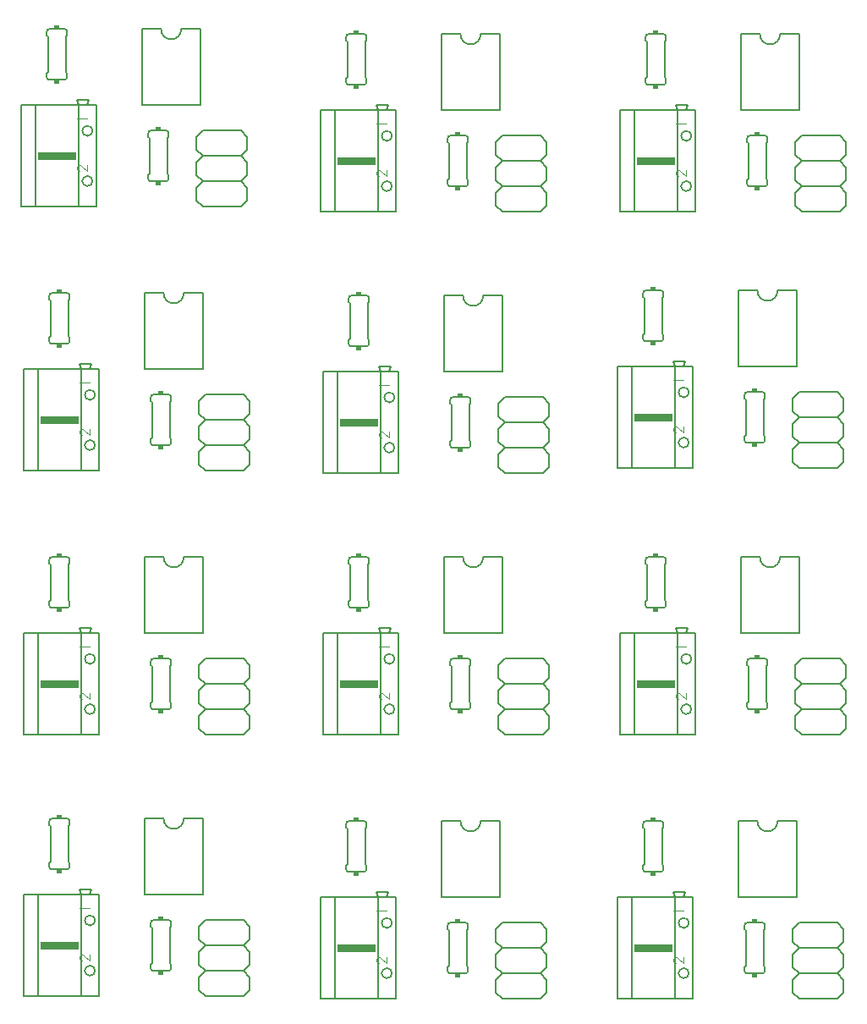
<source format=gto>
G04 Layer: TopSilkscreenLayer*
G04 EasyEDA v6.5.9, 2022-12-19 01:16:27*
G04 b9351db9c1bb4c489ec9b4c5568df8d6,5dd06754fdd742daa6fe38bf62b7df6b,10*
G04 Gerber Generator version 0.2*
G04 Scale: 100 percent, Rotated: No, Reflected: No *
G04 Dimensions in millimeters *
G04 leading zeros omitted , absolute positions ,4 integer and 5 decimal *
%FSLAX45Y45*%
%MOMM*%

%ADD10C,0.1189*%
%ADD11C,0.1524*%

%LPD*%
D10*
X3980687Y8991346D02*
G01*
X3976370Y9000236D01*
X3962654Y9013952D01*
X4057396Y9013952D01*
X3985260Y8487918D02*
G01*
X3980687Y8487918D01*
X3971798Y8492236D01*
X3967226Y8496808D01*
X3962654Y8505952D01*
X3962654Y8523986D01*
X3967226Y8532876D01*
X3971798Y8537448D01*
X3980687Y8541766D01*
X3989832Y8541766D01*
X3998722Y8537448D01*
X4012184Y8528304D01*
X4057396Y8483346D01*
X4057396Y8546338D01*
X6977888Y8991346D02*
G01*
X6973570Y9000236D01*
X6959853Y9013952D01*
X7054596Y9013952D01*
X6982459Y8487918D02*
G01*
X6977888Y8487918D01*
X6968998Y8492236D01*
X6964425Y8496808D01*
X6959853Y8505952D01*
X6959853Y8523986D01*
X6964425Y8532876D01*
X6968998Y8537448D01*
X6977888Y8541766D01*
X6987031Y8541766D01*
X6995922Y8537448D01*
X7009384Y8528304D01*
X7054596Y8483346D01*
X7054596Y8546338D01*
X6952488Y6425946D02*
G01*
X6948170Y6434836D01*
X6934453Y6448552D01*
X7029196Y6448552D01*
X6957059Y5922518D02*
G01*
X6952488Y5922518D01*
X6943598Y5926836D01*
X6939025Y5931408D01*
X6934453Y5940552D01*
X6934453Y5958586D01*
X6939025Y5967476D01*
X6943598Y5972048D01*
X6952488Y5976366D01*
X6961631Y5976366D01*
X6970522Y5972048D01*
X6983984Y5962904D01*
X7029196Y5917946D01*
X7029196Y5980938D01*
X4006087Y6375146D02*
G01*
X4001770Y6384036D01*
X3988054Y6397752D01*
X4082796Y6397752D01*
X4010660Y5871718D02*
G01*
X4006087Y5871718D01*
X3997198Y5876036D01*
X3992626Y5880608D01*
X3988054Y5889752D01*
X3988054Y5907786D01*
X3992626Y5916676D01*
X3997198Y5921248D01*
X4006087Y5925566D01*
X4015232Y5925566D01*
X4024122Y5921248D01*
X4037584Y5912104D01*
X4082796Y5867146D01*
X4082796Y5930138D01*
X1008887Y6400546D02*
G01*
X1004569Y6409436D01*
X990853Y6423152D01*
X1085596Y6423152D01*
X1013460Y5897118D02*
G01*
X1008887Y5897118D01*
X999998Y5901436D01*
X995426Y5906008D01*
X990853Y5915152D01*
X990853Y5933186D01*
X995426Y5942076D01*
X999998Y5946648D01*
X1008887Y5950966D01*
X1018032Y5950966D01*
X1026921Y5946648D01*
X1040384Y5937504D01*
X1085596Y5892546D01*
X1085596Y5955538D01*
X1008887Y3758946D02*
G01*
X1004569Y3767836D01*
X990853Y3781551D01*
X1085596Y3781551D01*
X1013460Y3255517D02*
G01*
X1008887Y3255517D01*
X999998Y3259836D01*
X995426Y3264408D01*
X990853Y3273552D01*
X990853Y3291586D01*
X995426Y3300476D01*
X999998Y3305048D01*
X1008887Y3309365D01*
X1018032Y3309365D01*
X1026921Y3305048D01*
X1040384Y3295904D01*
X1085596Y3250946D01*
X1085596Y3313937D01*
X4006087Y3758946D02*
G01*
X4001770Y3767836D01*
X3988054Y3781551D01*
X4082796Y3781551D01*
X4010660Y3255517D02*
G01*
X4006087Y3255517D01*
X3997198Y3259836D01*
X3992626Y3264408D01*
X3988054Y3273552D01*
X3988054Y3291586D01*
X3992626Y3300476D01*
X3997198Y3305048D01*
X4006087Y3309365D01*
X4015232Y3309365D01*
X4024122Y3305048D01*
X4037584Y3295904D01*
X4082796Y3250946D01*
X4082796Y3313937D01*
X6977888Y3758946D02*
G01*
X6973570Y3767836D01*
X6959853Y3781551D01*
X7054596Y3781551D01*
X6982459Y3255517D02*
G01*
X6977888Y3255517D01*
X6968998Y3259836D01*
X6964425Y3264408D01*
X6959853Y3273552D01*
X6959853Y3291586D01*
X6964425Y3300476D01*
X6968998Y3305048D01*
X6977888Y3309365D01*
X6987031Y3309365D01*
X6995922Y3305048D01*
X7009384Y3295904D01*
X7054596Y3250946D01*
X7054596Y3313937D01*
X6952488Y1117346D02*
G01*
X6948170Y1126236D01*
X6934453Y1139952D01*
X7029196Y1139952D01*
X6957059Y613918D02*
G01*
X6952488Y613918D01*
X6943598Y618236D01*
X6939025Y622808D01*
X6934453Y631952D01*
X6934453Y649986D01*
X6939025Y658876D01*
X6943598Y663448D01*
X6952488Y667766D01*
X6961631Y667766D01*
X6970522Y663448D01*
X6983984Y654304D01*
X7029196Y609346D01*
X7029196Y672338D01*
X3980687Y1117346D02*
G01*
X3976370Y1126236D01*
X3962654Y1139952D01*
X4057396Y1139952D01*
X3985260Y613918D02*
G01*
X3980687Y613918D01*
X3971798Y618236D01*
X3967226Y622808D01*
X3962654Y631952D01*
X3962654Y649986D01*
X3967226Y658876D01*
X3971798Y663448D01*
X3980687Y667766D01*
X3989832Y667766D01*
X3998722Y663448D01*
X4012184Y654304D01*
X4057396Y609346D01*
X4057396Y672338D01*
X1008887Y1142746D02*
G01*
X1004569Y1151636D01*
X990853Y1165352D01*
X1085596Y1165352D01*
X1013460Y639318D02*
G01*
X1008887Y639318D01*
X999998Y643636D01*
X995426Y648208D01*
X990853Y657352D01*
X990853Y675386D01*
X995426Y684276D01*
X999998Y688848D01*
X1008887Y693166D01*
X1018032Y693166D01*
X1026921Y688848D01*
X1040384Y679704D01*
X1085596Y634746D01*
X1085596Y697738D01*
X983487Y9042146D02*
G01*
X979169Y9051036D01*
X965453Y9064752D01*
X1060196Y9064752D01*
X988060Y8538718D02*
G01*
X983487Y8538718D01*
X974598Y8543036D01*
X970026Y8547608D01*
X965453Y8556752D01*
X965453Y8574786D01*
X970026Y8583676D01*
X974598Y8588248D01*
X983487Y8592566D01*
X992632Y8592566D01*
X1001521Y8588248D01*
X1014984Y8579104D01*
X1060196Y8534146D01*
X1060196Y8597138D01*
G36*
X4749800Y8382000D02*
G01*
X4749800Y8343900D01*
X4800600Y8343900D01*
X4800600Y8382000D01*
G37*
G36*
X4749800Y8928100D02*
G01*
X4749800Y8890000D01*
X4800600Y8890000D01*
X4800600Y8928100D01*
G37*
G36*
X3733800Y9944100D02*
G01*
X3733800Y9906000D01*
X3784600Y9906000D01*
X3784600Y9944100D01*
G37*
G36*
X3733800Y9398000D02*
G01*
X3733800Y9359900D01*
X3784600Y9359900D01*
X3784600Y9398000D01*
G37*
G36*
X3568700Y8674100D02*
G01*
X3568700Y8597900D01*
X3949700Y8597900D01*
X3949700Y8674100D01*
G37*
G36*
X7747000Y8382000D02*
G01*
X7747000Y8343900D01*
X7797800Y8343900D01*
X7797800Y8382000D01*
G37*
G36*
X7747000Y8928100D02*
G01*
X7747000Y8890000D01*
X7797800Y8890000D01*
X7797800Y8928100D01*
G37*
G36*
X6731000Y9944100D02*
G01*
X6731000Y9906000D01*
X6781800Y9906000D01*
X6781800Y9944100D01*
G37*
G36*
X6731000Y9398000D02*
G01*
X6731000Y9359900D01*
X6781800Y9359900D01*
X6781800Y9398000D01*
G37*
G36*
X6565900Y8674100D02*
G01*
X6565900Y8597900D01*
X6946900Y8597900D01*
X6946900Y8674100D01*
G37*
G36*
X7721600Y5816600D02*
G01*
X7721600Y5778500D01*
X7772400Y5778500D01*
X7772400Y5816600D01*
G37*
G36*
X7721600Y6362700D02*
G01*
X7721600Y6324600D01*
X7772400Y6324600D01*
X7772400Y6362700D01*
G37*
G36*
X6705600Y7378700D02*
G01*
X6705600Y7340600D01*
X6756400Y7340600D01*
X6756400Y7378700D01*
G37*
G36*
X6705600Y6832600D02*
G01*
X6705600Y6794500D01*
X6756400Y6794500D01*
X6756400Y6832600D01*
G37*
G36*
X6540500Y6108700D02*
G01*
X6540500Y6032500D01*
X6921500Y6032500D01*
X6921500Y6108700D01*
G37*
G36*
X4775200Y5765800D02*
G01*
X4775200Y5727700D01*
X4826000Y5727700D01*
X4826000Y5765800D01*
G37*
G36*
X4775200Y6311900D02*
G01*
X4775200Y6273800D01*
X4826000Y6273800D01*
X4826000Y6311900D01*
G37*
G36*
X3759200Y7327900D02*
G01*
X3759200Y7289800D01*
X3810000Y7289800D01*
X3810000Y7327900D01*
G37*
G36*
X3759200Y6781800D02*
G01*
X3759200Y6743700D01*
X3810000Y6743700D01*
X3810000Y6781800D01*
G37*
G36*
X3594100Y6057900D02*
G01*
X3594100Y5981700D01*
X3975100Y5981700D01*
X3975100Y6057900D01*
G37*
G36*
X1778000Y5791200D02*
G01*
X1778000Y5753100D01*
X1828800Y5753100D01*
X1828800Y5791200D01*
G37*
G36*
X1778000Y6337300D02*
G01*
X1778000Y6299200D01*
X1828800Y6299200D01*
X1828800Y6337300D01*
G37*
G36*
X762000Y7353300D02*
G01*
X762000Y7315200D01*
X812800Y7315200D01*
X812800Y7353300D01*
G37*
G36*
X762000Y6807200D02*
G01*
X762000Y6769100D01*
X812800Y6769100D01*
X812800Y6807200D01*
G37*
G36*
X596900Y6083300D02*
G01*
X596900Y6007100D01*
X977900Y6007100D01*
X977900Y6083300D01*
G37*
G36*
X1778000Y3149600D02*
G01*
X1778000Y3111500D01*
X1828800Y3111500D01*
X1828800Y3149600D01*
G37*
G36*
X1778000Y3695700D02*
G01*
X1778000Y3657600D01*
X1828800Y3657600D01*
X1828800Y3695700D01*
G37*
G36*
X762000Y4711700D02*
G01*
X762000Y4673600D01*
X812800Y4673600D01*
X812800Y4711700D01*
G37*
G36*
X762000Y4165600D02*
G01*
X762000Y4127500D01*
X812800Y4127500D01*
X812800Y4165600D01*
G37*
G36*
X596900Y3441700D02*
G01*
X596900Y3365500D01*
X977900Y3365500D01*
X977900Y3441700D01*
G37*
G36*
X4775200Y3149600D02*
G01*
X4775200Y3111500D01*
X4826000Y3111500D01*
X4826000Y3149600D01*
G37*
G36*
X4775200Y3695700D02*
G01*
X4775200Y3657600D01*
X4826000Y3657600D01*
X4826000Y3695700D01*
G37*
G36*
X3759200Y4711700D02*
G01*
X3759200Y4673600D01*
X3810000Y4673600D01*
X3810000Y4711700D01*
G37*
G36*
X3759200Y4165600D02*
G01*
X3759200Y4127500D01*
X3810000Y4127500D01*
X3810000Y4165600D01*
G37*
G36*
X3594100Y3441700D02*
G01*
X3594100Y3365500D01*
X3975100Y3365500D01*
X3975100Y3441700D01*
G37*
G36*
X7747000Y3149600D02*
G01*
X7747000Y3111500D01*
X7797800Y3111500D01*
X7797800Y3149600D01*
G37*
G36*
X7747000Y3695700D02*
G01*
X7747000Y3657600D01*
X7797800Y3657600D01*
X7797800Y3695700D01*
G37*
G36*
X6731000Y4711700D02*
G01*
X6731000Y4673600D01*
X6781800Y4673600D01*
X6781800Y4711700D01*
G37*
G36*
X6731000Y4165600D02*
G01*
X6731000Y4127500D01*
X6781800Y4127500D01*
X6781800Y4165600D01*
G37*
G36*
X6565900Y3441700D02*
G01*
X6565900Y3365500D01*
X6946900Y3365500D01*
X6946900Y3441700D01*
G37*
G36*
X7721600Y508000D02*
G01*
X7721600Y469900D01*
X7772400Y469900D01*
X7772400Y508000D01*
G37*
G36*
X7721600Y1054100D02*
G01*
X7721600Y1016000D01*
X7772400Y1016000D01*
X7772400Y1054100D01*
G37*
G36*
X6705600Y2070100D02*
G01*
X6705600Y2032000D01*
X6756400Y2032000D01*
X6756400Y2070100D01*
G37*
G36*
X6705600Y1524000D02*
G01*
X6705600Y1485900D01*
X6756400Y1485900D01*
X6756400Y1524000D01*
G37*
G36*
X6540500Y800100D02*
G01*
X6540500Y723900D01*
X6921500Y723900D01*
X6921500Y800100D01*
G37*
G36*
X4749800Y508000D02*
G01*
X4749800Y469900D01*
X4800600Y469900D01*
X4800600Y508000D01*
G37*
G36*
X4749800Y1054100D02*
G01*
X4749800Y1016000D01*
X4800600Y1016000D01*
X4800600Y1054100D01*
G37*
G36*
X3733800Y2070100D02*
G01*
X3733800Y2032000D01*
X3784600Y2032000D01*
X3784600Y2070100D01*
G37*
G36*
X3733800Y1524000D02*
G01*
X3733800Y1485900D01*
X3784600Y1485900D01*
X3784600Y1524000D01*
G37*
G36*
X3568700Y800100D02*
G01*
X3568700Y723900D01*
X3949700Y723900D01*
X3949700Y800100D01*
G37*
G36*
X1778000Y533400D02*
G01*
X1778000Y495300D01*
X1828800Y495300D01*
X1828800Y533400D01*
G37*
G36*
X1778000Y1079500D02*
G01*
X1778000Y1041400D01*
X1828800Y1041400D01*
X1828800Y1079500D01*
G37*
G36*
X762000Y2095500D02*
G01*
X762000Y2057400D01*
X812800Y2057400D01*
X812800Y2095500D01*
G37*
G36*
X762000Y1549400D02*
G01*
X762000Y1511300D01*
X812800Y1511300D01*
X812800Y1549400D01*
G37*
G36*
X596900Y825500D02*
G01*
X596900Y749300D01*
X977900Y749300D01*
X977900Y825500D01*
G37*
G36*
X571500Y8724900D02*
G01*
X571500Y8648700D01*
X952500Y8648700D01*
X952500Y8724900D01*
G37*
G36*
X736600Y9994900D02*
G01*
X736600Y9956800D01*
X787400Y9956800D01*
X787400Y9994900D01*
G37*
G36*
X736600Y9448800D02*
G01*
X736600Y9410700D01*
X787400Y9410700D01*
X787400Y9448800D01*
G37*
G36*
X1752600Y8432800D02*
G01*
X1752600Y8394700D01*
X1803400Y8394700D01*
X1803400Y8432800D01*
G37*
G36*
X1752600Y8978900D02*
G01*
X1752600Y8940800D01*
X1803400Y8940800D01*
X1803400Y8978900D01*
G37*
D11*
X4699000Y8890000D02*
G01*
X4851400Y8890000D01*
X4876800Y8864600D02*
G01*
X4876800Y8826500D01*
X4864100Y8813800D01*
X4864100Y8458200D01*
X4876800Y8445500D01*
X4876800Y8407400D01*
X4673600Y8864600D02*
G01*
X4673600Y8826500D01*
X4686300Y8813800D01*
X4686300Y8458200D01*
X4673600Y8445500D01*
X4673600Y8407400D01*
X4699000Y8382000D02*
G01*
X4851400Y8382000D01*
X3835400Y9398000D02*
G01*
X3683000Y9398000D01*
X3657600Y9423400D02*
G01*
X3657600Y9461500D01*
X3670300Y9474200D01*
X3670300Y9829800D01*
X3657600Y9842500D01*
X3657600Y9880600D01*
X3860800Y9423400D02*
G01*
X3860800Y9461500D01*
X3848100Y9474200D01*
X3848100Y9829800D01*
X3860800Y9842500D01*
X3860800Y9880600D01*
X3835400Y9906000D02*
G01*
X3683000Y9906000D01*
X5600700Y8382000D02*
G01*
X5664200Y8318500D01*
X5664200Y8191500D01*
X5600700Y8128000D01*
X5219700Y8128000D01*
X5156200Y8191500D01*
X5156200Y8318500D01*
X5219700Y8382000D01*
X5600700Y8382000D01*
X5664200Y8445500D01*
X5664200Y8572500D01*
X5600700Y8636000D01*
X5664200Y8699500D01*
X5664200Y8826500D01*
X5600700Y8890000D01*
X5219700Y8890000D01*
X5156200Y8826500D01*
X5156200Y8699500D01*
X5219700Y8636000D01*
X5156200Y8572500D01*
X5156200Y8445500D01*
X5219700Y8382000D01*
X5600700Y8636000D02*
G01*
X5219700Y8636000D01*
X3403600Y8128000D02*
G01*
X3403600Y9144000D01*
X3543300Y9144000D01*
X3543300Y8128000D01*
X3403600Y8128000D01*
X3543300Y8128000D02*
G01*
X3975100Y8128000D01*
X4152900Y8128000D01*
X4152900Y9144000D01*
X4064000Y9144000D01*
X3975100Y9144000D01*
X3975100Y8128000D01*
X4064000Y9144000D02*
G01*
X4076700Y9194800D01*
X3962400Y9194800D01*
X3975100Y9144000D01*
X3543300Y9144000D01*
X4800600Y9906000D02*
G01*
X4610100Y9906000D01*
X4610100Y9144000D01*
X5194300Y9144000D01*
X5194300Y9906000D01*
X5003800Y9906000D01*
X7696200Y8890000D02*
G01*
X7848600Y8890000D01*
X7874000Y8864600D02*
G01*
X7874000Y8826500D01*
X7861300Y8813800D01*
X7861300Y8458200D01*
X7874000Y8445500D01*
X7874000Y8407400D01*
X7670800Y8864600D02*
G01*
X7670800Y8826500D01*
X7683500Y8813800D01*
X7683500Y8458200D01*
X7670800Y8445500D01*
X7670800Y8407400D01*
X7696200Y8382000D02*
G01*
X7848600Y8382000D01*
X6832600Y9398000D02*
G01*
X6680200Y9398000D01*
X6654800Y9423400D02*
G01*
X6654800Y9461500D01*
X6667500Y9474200D01*
X6667500Y9829800D01*
X6654800Y9842500D01*
X6654800Y9880600D01*
X6858000Y9423400D02*
G01*
X6858000Y9461500D01*
X6845300Y9474200D01*
X6845300Y9829800D01*
X6858000Y9842500D01*
X6858000Y9880600D01*
X6832600Y9906000D02*
G01*
X6680200Y9906000D01*
X8597900Y8382000D02*
G01*
X8661400Y8318500D01*
X8661400Y8191500D01*
X8597900Y8128000D01*
X8216900Y8128000D01*
X8153400Y8191500D01*
X8153400Y8318500D01*
X8216900Y8382000D01*
X8597900Y8382000D01*
X8661400Y8445500D01*
X8661400Y8572500D01*
X8597900Y8636000D01*
X8661400Y8699500D01*
X8661400Y8826500D01*
X8597900Y8890000D01*
X8216900Y8890000D01*
X8153400Y8826500D01*
X8153400Y8699500D01*
X8216900Y8636000D01*
X8153400Y8572500D01*
X8153400Y8445500D01*
X8216900Y8382000D01*
X8597900Y8636000D02*
G01*
X8216900Y8636000D01*
X6400800Y8128000D02*
G01*
X6400800Y9144000D01*
X6540500Y9144000D01*
X6540500Y8128000D01*
X6400800Y8128000D01*
X6540500Y8128000D02*
G01*
X6972300Y8128000D01*
X7150100Y8128000D01*
X7150100Y9144000D01*
X7061200Y9144000D01*
X6972300Y9144000D01*
X6972300Y8128000D01*
X7061200Y9144000D02*
G01*
X7073900Y9194800D01*
X6959600Y9194800D01*
X6972300Y9144000D01*
X6540500Y9144000D01*
X7797800Y9906000D02*
G01*
X7607300Y9906000D01*
X7607300Y9144000D01*
X8191500Y9144000D01*
X8191500Y9906000D01*
X8001000Y9906000D01*
X7670800Y6324600D02*
G01*
X7823200Y6324600D01*
X7848600Y6299200D02*
G01*
X7848600Y6261100D01*
X7835900Y6248400D01*
X7835900Y5892800D01*
X7848600Y5880100D01*
X7848600Y5842000D01*
X7645400Y6299200D02*
G01*
X7645400Y6261100D01*
X7658100Y6248400D01*
X7658100Y5892800D01*
X7645400Y5880100D01*
X7645400Y5842000D01*
X7670800Y5816600D02*
G01*
X7823200Y5816600D01*
X6807200Y6832600D02*
G01*
X6654800Y6832600D01*
X6629400Y6858000D02*
G01*
X6629400Y6896100D01*
X6642100Y6908800D01*
X6642100Y7264400D01*
X6629400Y7277100D01*
X6629400Y7315200D01*
X6832600Y6858000D02*
G01*
X6832600Y6896100D01*
X6819900Y6908800D01*
X6819900Y7264400D01*
X6832600Y7277100D01*
X6832600Y7315200D01*
X6807200Y7340600D02*
G01*
X6654800Y7340600D01*
X8572500Y5816600D02*
G01*
X8636000Y5753100D01*
X8636000Y5626100D01*
X8572500Y5562600D01*
X8191500Y5562600D01*
X8128000Y5626100D01*
X8128000Y5753100D01*
X8191500Y5816600D01*
X8572500Y5816600D01*
X8636000Y5880100D01*
X8636000Y6007100D01*
X8572500Y6070600D01*
X8636000Y6134100D01*
X8636000Y6261100D01*
X8572500Y6324600D01*
X8191500Y6324600D01*
X8128000Y6261100D01*
X8128000Y6134100D01*
X8191500Y6070600D01*
X8128000Y6007100D01*
X8128000Y5880100D01*
X8191500Y5816600D01*
X8572500Y6070600D02*
G01*
X8191500Y6070600D01*
X6375400Y5562600D02*
G01*
X6375400Y6578600D01*
X6515100Y6578600D01*
X6515100Y5562600D01*
X6375400Y5562600D01*
X6515100Y5562600D02*
G01*
X6946900Y5562600D01*
X7124700Y5562600D01*
X7124700Y6578600D01*
X7035800Y6578600D01*
X6946900Y6578600D01*
X6946900Y5562600D01*
X7035800Y6578600D02*
G01*
X7048500Y6629400D01*
X6934200Y6629400D01*
X6946900Y6578600D01*
X6515100Y6578600D01*
X7772400Y7340600D02*
G01*
X7581900Y7340600D01*
X7581900Y6578600D01*
X8166100Y6578600D01*
X8166100Y7340600D01*
X7975600Y7340600D01*
X4724400Y6273800D02*
G01*
X4876800Y6273800D01*
X4902200Y6248400D02*
G01*
X4902200Y6210300D01*
X4889500Y6197600D01*
X4889500Y5842000D01*
X4902200Y5829300D01*
X4902200Y5791200D01*
X4699000Y6248400D02*
G01*
X4699000Y6210300D01*
X4711700Y6197600D01*
X4711700Y5842000D01*
X4699000Y5829300D01*
X4699000Y5791200D01*
X4724400Y5765800D02*
G01*
X4876800Y5765800D01*
X3860800Y6781800D02*
G01*
X3708400Y6781800D01*
X3683000Y6807200D02*
G01*
X3683000Y6845300D01*
X3695700Y6858000D01*
X3695700Y7213600D01*
X3683000Y7226300D01*
X3683000Y7264400D01*
X3886200Y6807200D02*
G01*
X3886200Y6845300D01*
X3873500Y6858000D01*
X3873500Y7213600D01*
X3886200Y7226300D01*
X3886200Y7264400D01*
X3860800Y7289800D02*
G01*
X3708400Y7289800D01*
X5626100Y5765800D02*
G01*
X5689600Y5702300D01*
X5689600Y5575300D01*
X5626100Y5511800D01*
X5245100Y5511800D01*
X5181600Y5575300D01*
X5181600Y5702300D01*
X5245100Y5765800D01*
X5626100Y5765800D01*
X5689600Y5829300D01*
X5689600Y5956300D01*
X5626100Y6019800D01*
X5689600Y6083300D01*
X5689600Y6210300D01*
X5626100Y6273800D01*
X5245100Y6273800D01*
X5181600Y6210300D01*
X5181600Y6083300D01*
X5245100Y6019800D01*
X5181600Y5956300D01*
X5181600Y5829300D01*
X5245100Y5765800D01*
X5626100Y6019800D02*
G01*
X5245100Y6019800D01*
X3429000Y5511800D02*
G01*
X3429000Y6527800D01*
X3568700Y6527800D01*
X3568700Y5511800D01*
X3429000Y5511800D01*
X3568700Y5511800D02*
G01*
X4000500Y5511800D01*
X4178300Y5511800D01*
X4178300Y6527800D01*
X4089400Y6527800D01*
X4000500Y6527800D01*
X4000500Y5511800D01*
X4089400Y6527800D02*
G01*
X4102100Y6578600D01*
X3987800Y6578600D01*
X4000500Y6527800D01*
X3568700Y6527800D01*
X4826000Y7289800D02*
G01*
X4635500Y7289800D01*
X4635500Y6527800D01*
X5219700Y6527800D01*
X5219700Y7289800D01*
X5029200Y7289800D01*
X1727200Y6299200D02*
G01*
X1879600Y6299200D01*
X1905000Y6273800D02*
G01*
X1905000Y6235700D01*
X1892300Y6223000D01*
X1892300Y5867400D01*
X1905000Y5854700D01*
X1905000Y5816600D01*
X1701800Y6273800D02*
G01*
X1701800Y6235700D01*
X1714500Y6223000D01*
X1714500Y5867400D01*
X1701800Y5854700D01*
X1701800Y5816600D01*
X1727200Y5791200D02*
G01*
X1879600Y5791200D01*
X863600Y6807200D02*
G01*
X711200Y6807200D01*
X685800Y6832600D02*
G01*
X685800Y6870700D01*
X698500Y6883400D01*
X698500Y7239000D01*
X685800Y7251700D01*
X685800Y7289800D01*
X889000Y6832600D02*
G01*
X889000Y6870700D01*
X876300Y6883400D01*
X876300Y7239000D01*
X889000Y7251700D01*
X889000Y7289800D01*
X863600Y7315200D02*
G01*
X711200Y7315200D01*
X2628900Y5791200D02*
G01*
X2692400Y5727700D01*
X2692400Y5600700D01*
X2628900Y5537200D01*
X2247900Y5537200D01*
X2184400Y5600700D01*
X2184400Y5727700D01*
X2247900Y5791200D01*
X2628900Y5791200D01*
X2692400Y5854700D01*
X2692400Y5981700D01*
X2628900Y6045200D01*
X2692400Y6108700D01*
X2692400Y6235700D01*
X2628900Y6299200D01*
X2247900Y6299200D01*
X2184400Y6235700D01*
X2184400Y6108700D01*
X2247900Y6045200D01*
X2184400Y5981700D01*
X2184400Y5854700D01*
X2247900Y5791200D01*
X2628900Y6045200D02*
G01*
X2247900Y6045200D01*
X431800Y5537200D02*
G01*
X431800Y6553200D01*
X571500Y6553200D01*
X571500Y5537200D01*
X431800Y5537200D01*
X571500Y5537200D02*
G01*
X1003300Y5537200D01*
X1181100Y5537200D01*
X1181100Y6553200D01*
X1092200Y6553200D01*
X1003300Y6553200D01*
X1003300Y5537200D01*
X1092200Y6553200D02*
G01*
X1104900Y6604000D01*
X990600Y6604000D01*
X1003300Y6553200D01*
X571500Y6553200D01*
X1828800Y7315200D02*
G01*
X1638300Y7315200D01*
X1638300Y6553200D01*
X2222500Y6553200D01*
X2222500Y7315200D01*
X2032000Y7315200D01*
X1727200Y3657600D02*
G01*
X1879600Y3657600D01*
X1905000Y3632200D02*
G01*
X1905000Y3594100D01*
X1892300Y3581400D01*
X1892300Y3225800D01*
X1905000Y3213100D01*
X1905000Y3175000D01*
X1701800Y3632200D02*
G01*
X1701800Y3594100D01*
X1714500Y3581400D01*
X1714500Y3225800D01*
X1701800Y3213100D01*
X1701800Y3175000D01*
X1727200Y3149600D02*
G01*
X1879600Y3149600D01*
X863600Y4165600D02*
G01*
X711200Y4165600D01*
X685800Y4191000D02*
G01*
X685800Y4229100D01*
X698500Y4241800D01*
X698500Y4597400D01*
X685800Y4610100D01*
X685800Y4648200D01*
X889000Y4191000D02*
G01*
X889000Y4229100D01*
X876300Y4241800D01*
X876300Y4597400D01*
X889000Y4610100D01*
X889000Y4648200D01*
X863600Y4673600D02*
G01*
X711200Y4673600D01*
X2628900Y3149600D02*
G01*
X2692400Y3086100D01*
X2692400Y2959100D01*
X2628900Y2895600D01*
X2247900Y2895600D01*
X2184400Y2959100D01*
X2184400Y3086100D01*
X2247900Y3149600D01*
X2628900Y3149600D01*
X2692400Y3213100D01*
X2692400Y3340100D01*
X2628900Y3403600D01*
X2692400Y3467100D01*
X2692400Y3594100D01*
X2628900Y3657600D01*
X2247900Y3657600D01*
X2184400Y3594100D01*
X2184400Y3467100D01*
X2247900Y3403600D01*
X2184400Y3340100D01*
X2184400Y3213100D01*
X2247900Y3149600D01*
X2628900Y3403600D02*
G01*
X2247900Y3403600D01*
X431800Y2895600D02*
G01*
X431800Y3911600D01*
X571500Y3911600D01*
X571500Y2895600D01*
X431800Y2895600D01*
X571500Y2895600D02*
G01*
X1003300Y2895600D01*
X1181100Y2895600D01*
X1181100Y3911600D01*
X1092200Y3911600D01*
X1003300Y3911600D01*
X1003300Y2895600D01*
X1092200Y3911600D02*
G01*
X1104900Y3962400D01*
X990600Y3962400D01*
X1003300Y3911600D01*
X571500Y3911600D01*
X1828800Y4673600D02*
G01*
X1638300Y4673600D01*
X1638300Y3911600D01*
X2222500Y3911600D01*
X2222500Y4673600D01*
X2032000Y4673600D01*
X4724400Y3657600D02*
G01*
X4876800Y3657600D01*
X4902200Y3632200D02*
G01*
X4902200Y3594100D01*
X4889500Y3581400D01*
X4889500Y3225800D01*
X4902200Y3213100D01*
X4902200Y3175000D01*
X4699000Y3632200D02*
G01*
X4699000Y3594100D01*
X4711700Y3581400D01*
X4711700Y3225800D01*
X4699000Y3213100D01*
X4699000Y3175000D01*
X4724400Y3149600D02*
G01*
X4876800Y3149600D01*
X3860800Y4165600D02*
G01*
X3708400Y4165600D01*
X3683000Y4191000D02*
G01*
X3683000Y4229100D01*
X3695700Y4241800D01*
X3695700Y4597400D01*
X3683000Y4610100D01*
X3683000Y4648200D01*
X3886200Y4191000D02*
G01*
X3886200Y4229100D01*
X3873500Y4241800D01*
X3873500Y4597400D01*
X3886200Y4610100D01*
X3886200Y4648200D01*
X3860800Y4673600D02*
G01*
X3708400Y4673600D01*
X5626100Y3149600D02*
G01*
X5689600Y3086100D01*
X5689600Y2959100D01*
X5626100Y2895600D01*
X5245100Y2895600D01*
X5181600Y2959100D01*
X5181600Y3086100D01*
X5245100Y3149600D01*
X5626100Y3149600D01*
X5689600Y3213100D01*
X5689600Y3340100D01*
X5626100Y3403600D01*
X5689600Y3467100D01*
X5689600Y3594100D01*
X5626100Y3657600D01*
X5245100Y3657600D01*
X5181600Y3594100D01*
X5181600Y3467100D01*
X5245100Y3403600D01*
X5181600Y3340100D01*
X5181600Y3213100D01*
X5245100Y3149600D01*
X5626100Y3403600D02*
G01*
X5245100Y3403600D01*
X3429000Y2895600D02*
G01*
X3429000Y3911600D01*
X3568700Y3911600D01*
X3568700Y2895600D01*
X3429000Y2895600D01*
X3568700Y2895600D02*
G01*
X4000500Y2895600D01*
X4178300Y2895600D01*
X4178300Y3911600D01*
X4089400Y3911600D01*
X4000500Y3911600D01*
X4000500Y2895600D01*
X4089400Y3911600D02*
G01*
X4102100Y3962400D01*
X3987800Y3962400D01*
X4000500Y3911600D01*
X3568700Y3911600D01*
X4826000Y4673600D02*
G01*
X4635500Y4673600D01*
X4635500Y3911600D01*
X5219700Y3911600D01*
X5219700Y4673600D01*
X5029200Y4673600D01*
X7696200Y3657600D02*
G01*
X7848600Y3657600D01*
X7874000Y3632200D02*
G01*
X7874000Y3594100D01*
X7861300Y3581400D01*
X7861300Y3225800D01*
X7874000Y3213100D01*
X7874000Y3175000D01*
X7670800Y3632200D02*
G01*
X7670800Y3594100D01*
X7683500Y3581400D01*
X7683500Y3225800D01*
X7670800Y3213100D01*
X7670800Y3175000D01*
X7696200Y3149600D02*
G01*
X7848600Y3149600D01*
X6832600Y4165600D02*
G01*
X6680200Y4165600D01*
X6654800Y4191000D02*
G01*
X6654800Y4229100D01*
X6667500Y4241800D01*
X6667500Y4597400D01*
X6654800Y4610100D01*
X6654800Y4648200D01*
X6858000Y4191000D02*
G01*
X6858000Y4229100D01*
X6845300Y4241800D01*
X6845300Y4597400D01*
X6858000Y4610100D01*
X6858000Y4648200D01*
X6832600Y4673600D02*
G01*
X6680200Y4673600D01*
X8597900Y3149600D02*
G01*
X8661400Y3086100D01*
X8661400Y2959100D01*
X8597900Y2895600D01*
X8216900Y2895600D01*
X8153400Y2959100D01*
X8153400Y3086100D01*
X8216900Y3149600D01*
X8597900Y3149600D01*
X8661400Y3213100D01*
X8661400Y3340100D01*
X8597900Y3403600D01*
X8661400Y3467100D01*
X8661400Y3594100D01*
X8597900Y3657600D01*
X8216900Y3657600D01*
X8153400Y3594100D01*
X8153400Y3467100D01*
X8216900Y3403600D01*
X8153400Y3340100D01*
X8153400Y3213100D01*
X8216900Y3149600D01*
X8597900Y3403600D02*
G01*
X8216900Y3403600D01*
X6400800Y2895600D02*
G01*
X6400800Y3911600D01*
X6540500Y3911600D01*
X6540500Y2895600D01*
X6400800Y2895600D01*
X6540500Y2895600D02*
G01*
X6972300Y2895600D01*
X7150100Y2895600D01*
X7150100Y3911600D01*
X7061200Y3911600D01*
X6972300Y3911600D01*
X6972300Y2895600D01*
X7061200Y3911600D02*
G01*
X7073900Y3962400D01*
X6959600Y3962400D01*
X6972300Y3911600D01*
X6540500Y3911600D01*
X7797800Y4673600D02*
G01*
X7607300Y4673600D01*
X7607300Y3911600D01*
X8191500Y3911600D01*
X8191500Y4673600D01*
X8001000Y4673600D01*
X7670800Y1016000D02*
G01*
X7823200Y1016000D01*
X7848600Y990600D02*
G01*
X7848600Y952500D01*
X7835900Y939800D01*
X7835900Y584200D01*
X7848600Y571500D01*
X7848600Y533400D01*
X7645400Y990600D02*
G01*
X7645400Y952500D01*
X7658100Y939800D01*
X7658100Y584200D01*
X7645400Y571500D01*
X7645400Y533400D01*
X7670800Y508000D02*
G01*
X7823200Y508000D01*
X6807200Y1524000D02*
G01*
X6654800Y1524000D01*
X6629400Y1549400D02*
G01*
X6629400Y1587500D01*
X6642100Y1600200D01*
X6642100Y1955800D01*
X6629400Y1968500D01*
X6629400Y2006600D01*
X6832600Y1549400D02*
G01*
X6832600Y1587500D01*
X6819900Y1600200D01*
X6819900Y1955800D01*
X6832600Y1968500D01*
X6832600Y2006600D01*
X6807200Y2032000D02*
G01*
X6654800Y2032000D01*
X8572500Y508000D02*
G01*
X8636000Y444500D01*
X8636000Y317500D01*
X8572500Y254000D01*
X8191500Y254000D01*
X8128000Y317500D01*
X8128000Y444500D01*
X8191500Y508000D01*
X8572500Y508000D01*
X8636000Y571500D01*
X8636000Y698500D01*
X8572500Y762000D01*
X8636000Y825500D01*
X8636000Y952500D01*
X8572500Y1016000D01*
X8191500Y1016000D01*
X8128000Y952500D01*
X8128000Y825500D01*
X8191500Y762000D01*
X8128000Y698500D01*
X8128000Y571500D01*
X8191500Y508000D01*
X8572500Y762000D02*
G01*
X8191500Y762000D01*
X6375400Y254000D02*
G01*
X6375400Y1270000D01*
X6515100Y1270000D01*
X6515100Y254000D01*
X6375400Y254000D01*
X6515100Y254000D02*
G01*
X6946900Y254000D01*
X7124700Y254000D01*
X7124700Y1270000D01*
X7035800Y1270000D01*
X6946900Y1270000D01*
X6946900Y254000D01*
X7035800Y1270000D02*
G01*
X7048500Y1320800D01*
X6934200Y1320800D01*
X6946900Y1270000D01*
X6515100Y1270000D01*
X7772400Y2032000D02*
G01*
X7581900Y2032000D01*
X7581900Y1270000D01*
X8166100Y1270000D01*
X8166100Y2032000D01*
X7975600Y2032000D01*
X4699000Y1016000D02*
G01*
X4851400Y1016000D01*
X4876800Y990600D02*
G01*
X4876800Y952500D01*
X4864100Y939800D01*
X4864100Y584200D01*
X4876800Y571500D01*
X4876800Y533400D01*
X4673600Y990600D02*
G01*
X4673600Y952500D01*
X4686300Y939800D01*
X4686300Y584200D01*
X4673600Y571500D01*
X4673600Y533400D01*
X4699000Y508000D02*
G01*
X4851400Y508000D01*
X3835400Y1524000D02*
G01*
X3683000Y1524000D01*
X3657600Y1549400D02*
G01*
X3657600Y1587500D01*
X3670300Y1600200D01*
X3670300Y1955800D01*
X3657600Y1968500D01*
X3657600Y2006600D01*
X3860800Y1549400D02*
G01*
X3860800Y1587500D01*
X3848100Y1600200D01*
X3848100Y1955800D01*
X3860800Y1968500D01*
X3860800Y2006600D01*
X3835400Y2032000D02*
G01*
X3683000Y2032000D01*
X5600700Y508000D02*
G01*
X5664200Y444500D01*
X5664200Y317500D01*
X5600700Y254000D01*
X5219700Y254000D01*
X5156200Y317500D01*
X5156200Y444500D01*
X5219700Y508000D01*
X5600700Y508000D01*
X5664200Y571500D01*
X5664200Y698500D01*
X5600700Y762000D01*
X5664200Y825500D01*
X5664200Y952500D01*
X5600700Y1016000D01*
X5219700Y1016000D01*
X5156200Y952500D01*
X5156200Y825500D01*
X5219700Y762000D01*
X5156200Y698500D01*
X5156200Y571500D01*
X5219700Y508000D01*
X5600700Y762000D02*
G01*
X5219700Y762000D01*
X3403600Y254000D02*
G01*
X3403600Y1270000D01*
X3543300Y1270000D01*
X3543300Y254000D01*
X3403600Y254000D01*
X3543300Y254000D02*
G01*
X3975100Y254000D01*
X4152900Y254000D01*
X4152900Y1270000D01*
X4064000Y1270000D01*
X3975100Y1270000D01*
X3975100Y254000D01*
X4064000Y1270000D02*
G01*
X4076700Y1320800D01*
X3962400Y1320800D01*
X3975100Y1270000D01*
X3543300Y1270000D01*
X4800600Y2032000D02*
G01*
X4610100Y2032000D01*
X4610100Y1270000D01*
X5194300Y1270000D01*
X5194300Y2032000D01*
X5003800Y2032000D01*
X1727200Y1041400D02*
G01*
X1879600Y1041400D01*
X1905000Y1016000D02*
G01*
X1905000Y977900D01*
X1892300Y965200D01*
X1892300Y609600D01*
X1905000Y596900D01*
X1905000Y558800D01*
X1701800Y1016000D02*
G01*
X1701800Y977900D01*
X1714500Y965200D01*
X1714500Y609600D01*
X1701800Y596900D01*
X1701800Y558800D01*
X1727200Y533400D02*
G01*
X1879600Y533400D01*
X863600Y1549400D02*
G01*
X711200Y1549400D01*
X685800Y1574800D02*
G01*
X685800Y1612900D01*
X698500Y1625600D01*
X698500Y1981200D01*
X685800Y1993900D01*
X685800Y2032000D01*
X889000Y1574800D02*
G01*
X889000Y1612900D01*
X876300Y1625600D01*
X876300Y1981200D01*
X889000Y1993900D01*
X889000Y2032000D01*
X863600Y2057400D02*
G01*
X711200Y2057400D01*
X2628900Y533400D02*
G01*
X2692400Y469900D01*
X2692400Y342900D01*
X2628900Y279400D01*
X2247900Y279400D01*
X2184400Y342900D01*
X2184400Y469900D01*
X2247900Y533400D01*
X2628900Y533400D01*
X2692400Y596900D01*
X2692400Y723900D01*
X2628900Y787400D01*
X2692400Y850900D01*
X2692400Y977900D01*
X2628900Y1041400D01*
X2247900Y1041400D01*
X2184400Y977900D01*
X2184400Y850900D01*
X2247900Y787400D01*
X2184400Y723900D01*
X2184400Y596900D01*
X2247900Y533400D01*
X2628900Y787400D02*
G01*
X2247900Y787400D01*
X431800Y279400D02*
G01*
X431800Y1295400D01*
X571500Y1295400D01*
X571500Y279400D01*
X431800Y279400D01*
X571500Y279400D02*
G01*
X1003300Y279400D01*
X1181100Y279400D01*
X1181100Y1295400D01*
X1092200Y1295400D01*
X1003300Y1295400D01*
X1003300Y279400D01*
X1092200Y1295400D02*
G01*
X1104900Y1346200D01*
X990600Y1346200D01*
X1003300Y1295400D01*
X571500Y1295400D01*
X1828800Y2057400D02*
G01*
X1638300Y2057400D01*
X1638300Y1295400D01*
X2222500Y1295400D01*
X2222500Y2057400D01*
X2032000Y2057400D01*
X1803400Y9956800D02*
G01*
X1612900Y9956800D01*
X1612900Y9194800D01*
X2197100Y9194800D01*
X2197100Y9956800D01*
X2006600Y9956800D01*
X406400Y8178800D02*
G01*
X406400Y9194800D01*
X546100Y9194800D01*
X546100Y8178800D01*
X406400Y8178800D01*
X546100Y8178800D02*
G01*
X977900Y8178800D01*
X1155700Y8178800D01*
X1155700Y9194800D01*
X1066800Y9194800D01*
X977900Y9194800D01*
X977900Y8178800D01*
X1066800Y9194800D02*
G01*
X1079500Y9245600D01*
X965200Y9245600D01*
X977900Y9194800D01*
X546100Y9194800D01*
X2603500Y8432800D02*
G01*
X2667000Y8369300D01*
X2667000Y8242300D01*
X2603500Y8178800D01*
X2222500Y8178800D01*
X2159000Y8242300D01*
X2159000Y8369300D01*
X2222500Y8432800D01*
X2603500Y8432800D01*
X2667000Y8496300D01*
X2667000Y8623300D01*
X2603500Y8686800D01*
X2667000Y8750300D01*
X2667000Y8877300D01*
X2603500Y8940800D01*
X2222500Y8940800D01*
X2159000Y8877300D01*
X2159000Y8750300D01*
X2222500Y8686800D01*
X2159000Y8623300D01*
X2159000Y8496300D01*
X2222500Y8432800D01*
X2603500Y8686800D02*
G01*
X2222500Y8686800D01*
X838200Y9448800D02*
G01*
X685800Y9448800D01*
X660400Y9474200D02*
G01*
X660400Y9512300D01*
X673100Y9525000D01*
X673100Y9880600D01*
X660400Y9893300D01*
X660400Y9931400D01*
X863600Y9474200D02*
G01*
X863600Y9512300D01*
X850900Y9525000D01*
X850900Y9880600D01*
X863600Y9893300D01*
X863600Y9931400D01*
X838200Y9956800D02*
G01*
X685800Y9956800D01*
X1701800Y8940800D02*
G01*
X1854200Y8940800D01*
X1879600Y8915400D02*
G01*
X1879600Y8877300D01*
X1866900Y8864600D01*
X1866900Y8509000D01*
X1879600Y8496300D01*
X1879600Y8458200D01*
X1676400Y8915400D02*
G01*
X1676400Y8877300D01*
X1689100Y8864600D01*
X1689100Y8509000D01*
X1676400Y8496300D01*
X1676400Y8458200D01*
X1701800Y8432800D02*
G01*
X1854200Y8432800D01*
G75*
G01*
X4851400Y8890000D02*
G02*
X4876800Y8864600I0J-25400D01*
G75*
G01*
X4699000Y8890000D02*
G03*
X4673600Y8864600I0J-25400D01*
G75*
G01*
X4673600Y8407400D02*
G03*
X4699000Y8382000I25400J0D01*
G75*
G01*
X4876800Y8407400D02*
G02*
X4851400Y8382000I-25400J0D01*
G75*
G01*
X3683000Y9398000D02*
G02*
X3657600Y9423400I0J25400D01*
G75*
G01*
X3835400Y9398000D02*
G03*
X3860800Y9423400I0J25400D01*
G75*
G01*
X3860800Y9880600D02*
G03*
X3835400Y9906000I-25400J0D01*
G75*
G01*
X3657600Y9880600D02*
G02*
X3683000Y9906000I25400J0D01*
G75*
G01*
X4064000Y8333740D02*
G03*
X4063441Y8333740I-279J50799D01*
G75*
G01*
X4064000Y8836660D02*
G03*
X4063441Y8836660I-279J50799D01*
G75*
G01*
X5003800Y9906000D02*
G02*
X4800600Y9906000I-101600J0D01*
G75*
G01*
X7848600Y8890000D02*
G02*
X7874000Y8864600I0J-25400D01*
G75*
G01*
X7696200Y8890000D02*
G03*
X7670800Y8864600I0J-25400D01*
G75*
G01*
X7670800Y8407400D02*
G03*
X7696200Y8382000I25400J0D01*
G75*
G01*
X7874000Y8407400D02*
G02*
X7848600Y8382000I-25400J0D01*
G75*
G01*
X6680200Y9398000D02*
G02*
X6654800Y9423400I0J25400D01*
G75*
G01*
X6832600Y9398000D02*
G03*
X6858000Y9423400I0J25400D01*
G75*
G01*
X6858000Y9880600D02*
G03*
X6832600Y9906000I-25400J0D01*
G75*
G01*
X6654800Y9880600D02*
G02*
X6680200Y9906000I25400J0D01*
G75*
G01*
X7061200Y8333740D02*
G03*
X7060641Y8333740I-279J50799D01*
G75*
G01*
X7061200Y8836660D02*
G03*
X7060641Y8836660I-279J50799D01*
G75*
G01*
X8001000Y9906000D02*
G02*
X7797800Y9906000I-101600J0D01*
G75*
G01*
X7823200Y6324600D02*
G02*
X7848600Y6299200I0J-25400D01*
G75*
G01*
X7670800Y6324600D02*
G03*
X7645400Y6299200I0J-25400D01*
G75*
G01*
X7645400Y5842000D02*
G03*
X7670800Y5816600I25400J0D01*
G75*
G01*
X7848600Y5842000D02*
G02*
X7823200Y5816600I-25400J0D01*
G75*
G01*
X6654800Y6832600D02*
G02*
X6629400Y6858000I0J25400D01*
G75*
G01*
X6807200Y6832600D02*
G03*
X6832600Y6858000I0J25400D01*
G75*
G01*
X6832600Y7315200D02*
G03*
X6807200Y7340600I-25400J0D01*
G75*
G01*
X6629400Y7315200D02*
G02*
X6654800Y7340600I25400J0D01*
G75*
G01*
X7035800Y5768340D02*
G03*
X7035241Y5768340I-279J50799D01*
G75*
G01*
X7035800Y6271260D02*
G03*
X7035241Y6271260I-279J50799D01*
G75*
G01*
X7975600Y7340600D02*
G02*
X7772400Y7340600I-101600J0D01*
G75*
G01*
X4876800Y6273800D02*
G02*
X4902200Y6248400I0J-25400D01*
G75*
G01*
X4724400Y6273800D02*
G03*
X4699000Y6248400I0J-25400D01*
G75*
G01*
X4699000Y5791200D02*
G03*
X4724400Y5765800I25400J0D01*
G75*
G01*
X4902200Y5791200D02*
G02*
X4876800Y5765800I-25400J0D01*
G75*
G01*
X3708400Y6781800D02*
G02*
X3683000Y6807200I0J25400D01*
G75*
G01*
X3860800Y6781800D02*
G03*
X3886200Y6807200I0J25400D01*
G75*
G01*
X3886200Y7264400D02*
G03*
X3860800Y7289800I-25400J0D01*
G75*
G01*
X3683000Y7264400D02*
G02*
X3708400Y7289800I25400J0D01*
G75*
G01*
X4089400Y5717540D02*
G03*
X4088841Y5717540I-279J50799D01*
G75*
G01*
X4089400Y6220460D02*
G03*
X4088841Y6220460I-279J50799D01*
G75*
G01*
X5029200Y7289800D02*
G02*
X4826000Y7289800I-101600J0D01*
G75*
G01*
X1879600Y6299200D02*
G02*
X1905000Y6273800I0J-25400D01*
G75*
G01*
X1727200Y6299200D02*
G03*
X1701800Y6273800I0J-25400D01*
G75*
G01*
X1701800Y5816600D02*
G03*
X1727200Y5791200I25400J0D01*
G75*
G01*
X1905000Y5816600D02*
G02*
X1879600Y5791200I-25400J0D01*
G75*
G01*
X711200Y6807200D02*
G02*
X685800Y6832600I0J25400D01*
G75*
G01*
X863600Y6807200D02*
G03*
X889000Y6832600I0J25400D01*
G75*
G01*
X889000Y7289800D02*
G03*
X863600Y7315200I-25400J0D01*
G75*
G01*
X685800Y7289800D02*
G02*
X711200Y7315200I25400J0D01*
G75*
G01*
X1092200Y5742940D02*
G03*
X1091641Y5742940I-279J50799D01*
G75*
G01*
X1092200Y6245860D02*
G03*
X1091641Y6245860I-279J50799D01*
G75*
G01*
X2032000Y7315200D02*
G02*
X1828800Y7315200I-101600J0D01*
G75*
G01*
X1879600Y3657600D02*
G02*
X1905000Y3632200I0J-25400D01*
G75*
G01*
X1727200Y3657600D02*
G03*
X1701800Y3632200I0J-25400D01*
G75*
G01*
X1701800Y3175000D02*
G03*
X1727200Y3149600I25400J0D01*
G75*
G01*
X1905000Y3175000D02*
G02*
X1879600Y3149600I-25400J0D01*
G75*
G01*
X711200Y4165600D02*
G02*
X685800Y4191000I0J25400D01*
G75*
G01*
X863600Y4165600D02*
G03*
X889000Y4191000I0J25400D01*
G75*
G01*
X889000Y4648200D02*
G03*
X863600Y4673600I-25400J0D01*
G75*
G01*
X685800Y4648200D02*
G02*
X711200Y4673600I25400J0D01*
G75*
G01*
X1092200Y3101340D02*
G03*
X1091641Y3101340I-279J50799D01*
G75*
G01*
X1092200Y3604260D02*
G03*
X1091641Y3604260I-279J50799D01*
G75*
G01*
X2032000Y4673600D02*
G02*
X1828800Y4673600I-101600J0D01*
G75*
G01*
X4876800Y3657600D02*
G02*
X4902200Y3632200I0J-25400D01*
G75*
G01*
X4724400Y3657600D02*
G03*
X4699000Y3632200I0J-25400D01*
G75*
G01*
X4699000Y3175000D02*
G03*
X4724400Y3149600I25400J0D01*
G75*
G01*
X4902200Y3175000D02*
G02*
X4876800Y3149600I-25400J0D01*
G75*
G01*
X3708400Y4165600D02*
G02*
X3683000Y4191000I0J25400D01*
G75*
G01*
X3860800Y4165600D02*
G03*
X3886200Y4191000I0J25400D01*
G75*
G01*
X3886200Y4648200D02*
G03*
X3860800Y4673600I-25400J0D01*
G75*
G01*
X3683000Y4648200D02*
G02*
X3708400Y4673600I25400J0D01*
G75*
G01*
X4089400Y3101340D02*
G03*
X4088841Y3101340I-279J50799D01*
G75*
G01*
X4089400Y3604260D02*
G03*
X4088841Y3604260I-279J50799D01*
G75*
G01*
X5029200Y4673600D02*
G02*
X4826000Y4673600I-101600J0D01*
G75*
G01*
X7848600Y3657600D02*
G02*
X7874000Y3632200I0J-25400D01*
G75*
G01*
X7696200Y3657600D02*
G03*
X7670800Y3632200I0J-25400D01*
G75*
G01*
X7670800Y3175000D02*
G03*
X7696200Y3149600I25400J0D01*
G75*
G01*
X7874000Y3175000D02*
G02*
X7848600Y3149600I-25400J0D01*
G75*
G01*
X6680200Y4165600D02*
G02*
X6654800Y4191000I0J25400D01*
G75*
G01*
X6832600Y4165600D02*
G03*
X6858000Y4191000I0J25400D01*
G75*
G01*
X6858000Y4648200D02*
G03*
X6832600Y4673600I-25400J0D01*
G75*
G01*
X6654800Y4648200D02*
G02*
X6680200Y4673600I25400J0D01*
G75*
G01*
X7061200Y3101340D02*
G03*
X7060641Y3101340I-279J50799D01*
G75*
G01*
X7061200Y3604260D02*
G03*
X7060641Y3604260I-279J50799D01*
G75*
G01*
X8001000Y4673600D02*
G02*
X7797800Y4673600I-101600J0D01*
G75*
G01*
X7823200Y1016000D02*
G02*
X7848600Y990600I0J-25400D01*
G75*
G01*
X7670800Y1016000D02*
G03*
X7645400Y990600I0J-25400D01*
G75*
G01*
X7645400Y533400D02*
G03*
X7670800Y508000I25400J0D01*
G75*
G01*
X7848600Y533400D02*
G02*
X7823200Y508000I-25400J0D01*
G75*
G01*
X6654800Y1524000D02*
G02*
X6629400Y1549400I0J25400D01*
G75*
G01*
X6807200Y1524000D02*
G03*
X6832600Y1549400I0J25400D01*
G75*
G01*
X6832600Y2006600D02*
G03*
X6807200Y2032000I-25400J0D01*
G75*
G01*
X6629400Y2006600D02*
G02*
X6654800Y2032000I25400J0D01*
G75*
G01*
X7035800Y459740D02*
G03*
X7035241Y459740I-279J50799D01*
G75*
G01*
X7035800Y962660D02*
G03*
X7035241Y962660I-279J50799D01*
G75*
G01*
X7975600Y2032000D02*
G02*
X7772400Y2032000I-101600J0D01*
G75*
G01*
X4851400Y1016000D02*
G02*
X4876800Y990600I0J-25400D01*
G75*
G01*
X4699000Y1016000D02*
G03*
X4673600Y990600I0J-25400D01*
G75*
G01*
X4673600Y533400D02*
G03*
X4699000Y508000I25400J0D01*
G75*
G01*
X4876800Y533400D02*
G02*
X4851400Y508000I-25400J0D01*
G75*
G01*
X3683000Y1524000D02*
G02*
X3657600Y1549400I0J25400D01*
G75*
G01*
X3835400Y1524000D02*
G03*
X3860800Y1549400I0J25400D01*
G75*
G01*
X3860800Y2006600D02*
G03*
X3835400Y2032000I-25400J0D01*
G75*
G01*
X3657600Y2006600D02*
G02*
X3683000Y2032000I25400J0D01*
G75*
G01*
X4064000Y459740D02*
G03*
X4063441Y459740I-279J50799D01*
G75*
G01*
X4064000Y962660D02*
G03*
X4063441Y962660I-279J50799D01*
G75*
G01*
X5003800Y2032000D02*
G02*
X4800600Y2032000I-101600J0D01*
G75*
G01*
X1879600Y1041400D02*
G02*
X1905000Y1016000I0J-25400D01*
G75*
G01*
X1727200Y1041400D02*
G03*
X1701800Y1016000I0J-25400D01*
G75*
G01*
X1701800Y558800D02*
G03*
X1727200Y533400I25400J0D01*
G75*
G01*
X1905000Y558800D02*
G02*
X1879600Y533400I-25400J0D01*
G75*
G01*
X711200Y1549400D02*
G02*
X685800Y1574800I0J25400D01*
G75*
G01*
X863600Y1549400D02*
G03*
X889000Y1574800I0J25400D01*
G75*
G01*
X889000Y2032000D02*
G03*
X863600Y2057400I-25400J0D01*
G75*
G01*
X685800Y2032000D02*
G02*
X711200Y2057400I25400J0D01*
G75*
G01*
X1092200Y485140D02*
G03*
X1091641Y485140I-279J50799D01*
G75*
G01*
X1092200Y988060D02*
G03*
X1091641Y988060I-279J50799D01*
G75*
G01*
X2032000Y2057400D02*
G02*
X1828800Y2057400I-101600J0D01*
G75*
G01*
X2006600Y9956800D02*
G02*
X1803400Y9956800I-101600J0D01*
G75*
G01*
X1066800Y8384540D02*
G03*
X1066241Y8384540I-279J50799D01*
G75*
G01*
X1066800Y8887460D02*
G03*
X1066241Y8887460I-279J50799D01*
G75*
G01*
X685800Y9448800D02*
G02*
X660400Y9474200I0J25400D01*
G75*
G01*
X838200Y9448800D02*
G03*
X863600Y9474200I0J25400D01*
G75*
G01*
X863600Y9931400D02*
G03*
X838200Y9956800I-25400J0D01*
G75*
G01*
X660400Y9931400D02*
G02*
X685800Y9956800I25400J0D01*
G75*
G01*
X1854200Y8940800D02*
G02*
X1879600Y8915400I0J-25400D01*
G75*
G01*
X1701800Y8940800D02*
G03*
X1676400Y8915400I0J-25400D01*
G75*
G01*
X1676400Y8458200D02*
G03*
X1701800Y8432800I25400J0D01*
G75*
G01*
X1879600Y8458200D02*
G02*
X1854200Y8432800I-25400J0D01*
M02*

</source>
